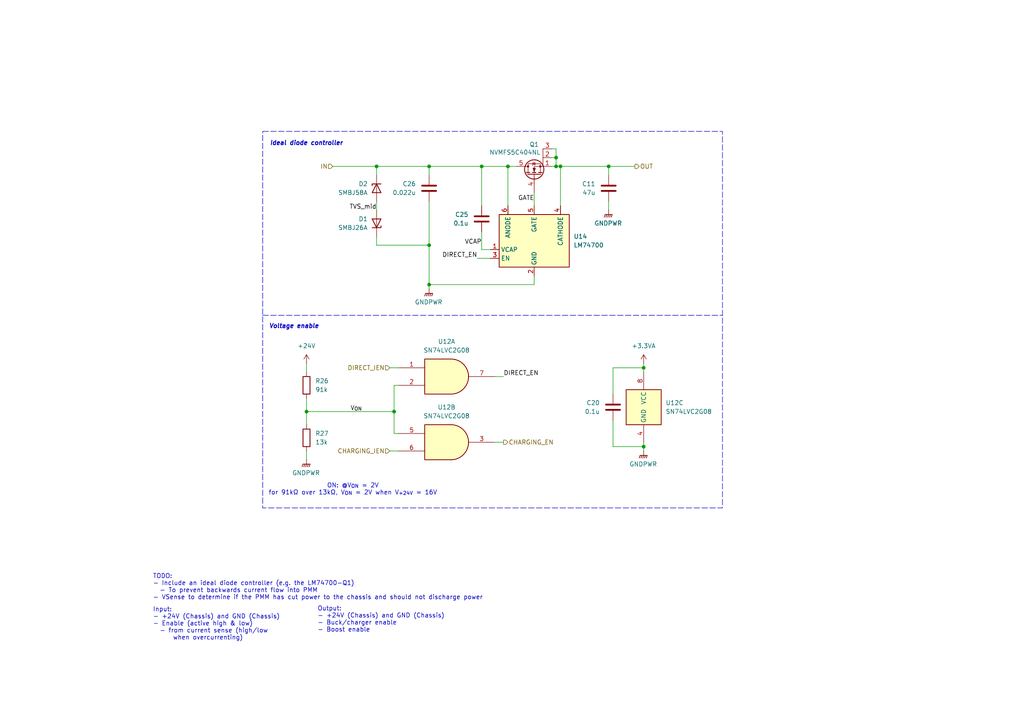
<source format=kicad_sch>
(kicad_sch (version 20231120) (generator "eeschema") (generator_version "8.0")
  (paper "A4")
  (title_block (title "Ideal Diode + VSense") (date "2024-12-06") (rev "1") (company "UT Robomaster") (comment 1 "Robomaster"))
  (lib_symbols
    (symbol "! Robomaster ICs:SN74LVC2G08"
      (property "Reference" "U" (at -10.16 7.62 0))
      (property "Value" "SN74LVC2G08" (at -10.16 -7.62 0))
      (symbol "SN74LVC2G08_1_1"
        (arc (start 0 -5.08) (mid 5.0579 0) (end 0 5.08) (stroke (width 0.254)) (fill (type background)))
        (polyline (pts (xy 0 -5.08) (xy -7.62 -5.08) (xy -7.62 5.08) (xy 0 5.08)) (stroke (width 0.254)) (fill (type background)))
        (pin input line (at -15.24 2.54 0) (length 7.62) (name "~") (number "1"))
        (pin input line (at -15.24 -2.54 0) (length 7.62) (name "~") (number "2"))
        (pin output line (at 12.7 0 180) (length 7.62) (name "~") (number "7"))
      )
      (symbol "SN74LVC2G08_2_1"
        (arc (start 0 -5.08) (mid 5.0579 0) (end 0 5.08) (stroke (width 0.254)) (fill (type background)))
        (polyline (pts (xy 0 -5.08) (xy -7.62 -5.08) (xy -7.62 5.08) (xy 0 5.08)) (stroke (width 0.254)) (fill (type background)))
        (pin output line (at 12.7 0 180) (length 7.62) (name "~") (number "3"))
        (pin input line (at -15.24 2.54 0) (length 7.62) (name "~") (number "5"))
        (pin input line (at -15.24 -2.54 0) (length 7.62) (name "~") (number "6"))
      )
      (symbol "SN74LVC2G08_3_0"
        (rectangle (start -5.08 -5.08) (end 5.08 5.08) (stroke (width 0.254)) (fill (type background)))
      )
      (symbol "SN74LVC2G08_3_1"
        (pin power_in line (at 0 -10.16 90) (length 5.08) (name "GND") (number "4"))
        (pin power_in line (at 0 10.16 270) (length 5.08) (name "VCC") (number "8"))
      )
    )
    (symbol "Device:C" (pin_numbers hide) (pin_names (offset 0.254))
      (property "Reference" "C" (at 0.635 2.54 0))
      (property "Value" "C" (at 0.635 -2.54 0))
      (symbol "C_0_1"
        (polyline (pts (xy -2.032 -0.762) (xy 2.032 -0.762)) (stroke (width 0.508)))
        (polyline (pts (xy -2.032 0.762) (xy 2.032 0.762)) (stroke (width 0.508)))
      )
      (symbol "C_1_1"
        (pin passive line (at 0 3.81 270) (length 2.794) (name "~") (number "1"))
        (pin passive line (at 0 -3.81 90) (length 2.794) (name "~") (number "2"))
      )
    )
    (symbol "Device:D_Zener" (pin_numbers hide) (pin_names (offset 1.016) hide)
      (property "Reference" "D" (at 0 2.54 0))
      (property "Value" "D_Zener" (at 0 -2.54 0))
      (symbol "D_Zener_0_1"
        (polyline (pts (xy 1.27 0) (xy -1.27 0)))
        (polyline (pts (xy -1.27 -1.27) (xy -1.27 1.27) (xy -0.762 1.27)) (stroke (width 0.254)))
        (polyline (pts (xy 1.27 -1.27) (xy 1.27 1.27) (xy -1.27 0) (xy 1.27 -1.27)) (stroke (width 0.254)))
      )
      (symbol "D_Zener_1_1"
        (pin passive line (at -3.81 0 0) (length 2.54) (name "K") (number "1"))
        (pin passive line (at 3.81 0 180) (length 2.54) (name "A") (number "2"))
      )
    )
    (symbol "Device:Q_NMOS_SGD" (pin_names (offset 0) hide)
      (property "Reference" "Q1" (at 8.89 0 90))
      (property "Value" "NVMFS5C404NL" (at 6.35 0 90))
      (symbol "Q_NMOS_SGD_0_1"
        (polyline (pts (xy 0.254 0) (xy -2.54 0)))
        (polyline (pts (xy 0.254 1.905) (xy 0.254 -1.905)) (stroke (width 0.254)))
        (polyline (pts (xy 0.762 -1.27) (xy 0.762 -2.286)) (stroke (width 0.254)))
        (polyline (pts (xy 0.762 0.508) (xy 0.762 -0.508)) (stroke (width 0.254)))
        (polyline (pts (xy 0.762 2.286) (xy 0.762 1.27)) (stroke (width 0.254)))
        (polyline (pts (xy 2.54 2.54) (xy 2.54 1.778)))
        (polyline (pts (xy 7.62 -2.54) (xy 2.54 -2.54)))
        (polyline (pts (xy 2.54 -2.54) (xy 2.54 0) (xy 0.762 0)))
        (polyline (pts (xy 0.762 -1.778) (xy 3.302 -1.778) (xy 3.302 1.778) (xy 0.762 1.778)))
        (polyline (pts (xy 1.016 0) (xy 2.032 0.381) (xy 2.032 -0.381) (xy 1.016 0)) (fill (type outline)))
        (polyline (pts (xy 2.794 0.508) (xy 2.921 0.381) (xy 3.683 0.381) (xy 3.81 0.254)))
        (polyline (pts (xy 3.302 0.381) (xy 2.921 -0.254) (xy 3.683 -0.254) (xy 3.302 0.381)))
        (circle (center 1.651 0) (radius 2.794) (stroke (width 0.254)))
        (circle (center 2.54 -1.778) (radius 0.254) (fill (type outline)))
        (circle (center 2.54 1.778) (radius 0.254) (fill (type outline)))
      )
      (symbol "Q_NMOS_SGD_1_1"
        (pin passive line (at 2.54 -5.08 90) (length 2.54) (name "S") (number "1"))
        (pin passive line (at 5.08 -5.08 90) (length 2.54) (name "S") (number "2"))
        (pin passive line (at 7.62 -5.08 90) (length 2.54) (name "S") (number "3"))
        (pin input line (at -5.08 0 0) (length 5.08) (name "G") (number "4"))
        (pin passive line (at 2.54 5.08 270) (length 2.54) (name "D") (number "5"))
      )
    )
    (symbol "Device:R" (pin_numbers hide) (pin_names (offset 0))
      (property "Reference" "R" (at 2.032 0 90))
      (property "Value" "R" (at 0 0 90))
      (symbol "R_0_1"
        (rectangle (start -1.016 -2.54) (end 1.016 2.54) (stroke (width 0.254)))
      )
      (symbol "R_1_1"
        (pin passive line (at 0 3.81 270) (length 1.27) (name "~") (number "1"))
        (pin passive line (at 0 -3.81 90) (length 1.27) (name "~") (number "2"))
      )
    )
    (symbol "Power_Management:LM74700"
      (property "Reference" "U" (at -9.525 -8.89 0))
      (property "Value" "LM74700" (at 7.62 -8.89 0))
      (symbol "LM74700_0_1"
        (rectangle (start -10.16 7.62) (end 10.16 -7.62) (stroke (width 0.254)) (fill (type background)))
      )
      (symbol "LM74700_1_1"
        (pin passive line (at -12.7 -2.54 0) (length 2.54) (name "VCAP") (number "1"))
        (pin power_in line (at 0 -10.16 90) (length 2.54) (name "GND") (number "2"))
        (pin input line (at -12.7 -5.08 0) (length 2.54) (name "EN") (number "3"))
        (pin input line (at 7.62 10.16 270) (length 2.54) (name "CATHODE") (number "4"))
        (pin output line (at 0 10.16 270) (length 2.54) (name "GATE") (number "5"))
        (pin power_in line (at -7.62 10.16 270) (length 2.54) (name "ANODE") (number "6"))
      )
    )
    (symbol "power:+24V" (power) (pin_numbers hide) (pin_names (offset 0) hide)
      (property "Value" "+24V" (at 0 3.556 0))
      (symbol "+24V_0_1"
        (polyline (pts (xy -0.762 1.27) (xy 0 2.54)))
        (polyline (pts (xy 0 0) (xy 0 2.54)))
        (polyline (pts (xy 0 2.54) (xy 0.762 1.27)))
      )
      (symbol "+24V_1_1"
        (pin power_in line (at 0 0 90) (length 0) (name "~") (number "1"))
      )
    )
    (symbol "power:+3.3VA" (power) (pin_numbers hide) (pin_names (offset 0) hide)
      (property "Value" "+3.3VA" (at 0 3.556 0))
      (symbol "+3.3VA_0_1"
        (polyline (pts (xy -0.762 1.27) (xy 0 2.54)))
        (polyline (pts (xy 0 0) (xy 0 2.54)))
        (polyline (pts (xy 0 2.54) (xy 0.762 1.27)))
      )
      (symbol "+3.3VA_1_1"
        (pin power_in line (at 0 0 90) (length 0) (name "~") (number "1"))
      )
    )
    (symbol "power:GNDPWR" (power) (pin_numbers hide) (pin_names (offset 0) hide)
      (property "Value" "GNDPWR" (at 0 -3.302 0))
      (symbol "GNDPWR_0_1"
        (polyline (pts (xy 0 -1.27) (xy 0 0)))
        (polyline (pts (xy -1.016 -1.27) (xy -1.27 -2.032) (xy -1.27 -2.032)) (stroke (width 0.2032)))
        (polyline (pts (xy -0.508 -1.27) (xy -0.762 -2.032) (xy -0.762 -2.032)) (stroke (width 0.2032)))
        (polyline (pts (xy 0 -1.27) (xy -0.254 -2.032) (xy -0.254 -2.032)) (stroke (width 0.2032)))
        (polyline (pts (xy 0.508 -1.27) (xy 0.254 -2.032) (xy 0.254 -2.032)) (stroke (width 0.2032)))
        (polyline (pts (xy 1.016 -1.27) (xy -1.016 -1.27) (xy -1.016 -1.27)) (stroke (width 0.2032)))
        (polyline (pts (xy 1.016 -1.27) (xy 0.762 -2.032) (xy 0.762 -2.032) (xy 0.762 -2.032)) (stroke (width 0.2032)))
      )
      (symbol "GNDPWR_1_1"
        (pin power_in line (at 0 0 270) (length 0) (name "~") (number "1"))
      )
    )
  )
  (junction (at 88.9 119.38))
  (junction (at 124.46 82.55))
  (junction (at 139.7 48.26))
  (junction (at 114.3 119.38))
  (junction (at 186.69 129.54))
  (junction (at 161.29 48.26))
  (junction (at 124.46 71.12))
  (junction (at 109.22 48.26))
  (junction (at 124.46 48.26))
  (junction (at 147.32 48.26))
  (junction (at 186.69 106.68))
  (junction (at 161.29 45.72))
  (junction (at 162.56 48.26))
  (junction (at 176.53 48.26))
  (wire (pts (xy 124.46 82.55) (xy 154.94 82.55)))
  (wire (pts (xy 143.51 109.22) (xy 146.05 109.22)))
  (wire (pts (xy 124.46 82.55) (xy 124.46 83.82)))
  (wire (pts (xy 162.56 48.26) (xy 162.56 59.69)))
  (wire (pts (xy 177.8 129.54) (xy 186.69 129.54)))
  (wire (pts (xy 177.8 121.92) (xy 177.8 129.54)))
  (wire (pts (xy 143.51 128.27) (xy 146.05 128.27)))
  (wire (pts (xy 162.56 48.26) (xy 176.53 48.26)))
  (wire (pts (xy 177.8 106.68) (xy 177.8 114.3)))
  (wire (pts (xy 186.69 106.68) (xy 177.8 106.68)))
  (wire (pts (xy 88.9 119.38) (xy 114.3 119.38)))
  (wire (pts (xy 176.53 48.26) (xy 184.15 48.26)))
  (wire (pts (xy 161.29 45.72) (xy 161.29 48.26)))
  (wire (pts (xy 124.46 58.42) (xy 124.46 71.12)))
  (wire (pts (xy 114.3 119.38) (xy 114.3 125.73)))
  (wire (pts (xy 154.94 80.01) (xy 154.94 82.55)))
  (wire (pts (xy 139.7 48.26) (xy 147.32 48.26)))
  (wire (pts (xy 186.69 106.68) (xy 186.69 107.95)))
  (wire (pts (xy 139.7 72.39) (xy 142.24 72.39)))
  (wire (pts (xy 109.22 71.12) (xy 124.46 71.12)))
  (wire (pts (xy 176.53 48.26) (xy 176.53 50.8)))
  (wire (pts (xy 186.69 128.27) (xy 186.69 129.54)))
  (wire (pts (xy 147.32 48.26) (xy 149.86 48.26)))
  (wire (pts (xy 161.29 43.18) (xy 161.29 45.72)))
  (wire (pts (xy 160.02 48.26) (xy 161.29 48.26)))
  (wire (pts (xy 138.43 74.93) (xy 142.24 74.93)))
  (wire (pts (xy 114.3 111.76) (xy 114.3 119.38)))
  (wire (pts (xy 139.7 67.31) (xy 139.7 72.39)))
  (wire (pts (xy 176.53 58.42) (xy 176.53 60.96)))
  (wire (pts (xy 139.7 48.26) (xy 139.7 59.69)))
  (wire (pts (xy 88.9 119.38) (xy 88.9 123.19)))
  (wire (pts (xy 88.9 115.57) (xy 88.9 119.38)))
  (wire (pts (xy 109.22 48.26) (xy 109.22 50.8)))
  (wire (pts (xy 96.52 48.26) (xy 109.22 48.26)))
  (wire (pts (xy 147.32 48.26) (xy 147.32 59.69)))
  (wire (pts (xy 160.02 43.18) (xy 161.29 43.18)))
  (wire (pts (xy 124.46 71.12) (xy 124.46 82.55)))
  (wire (pts (xy 160.02 45.72) (xy 161.29 45.72)))
  (wire (pts (xy 186.69 129.54) (xy 186.69 130.81)))
  (wire (pts (xy 161.29 48.26) (xy 162.56 48.26)))
  (wire (pts (xy 115.57 111.76) (xy 114.3 111.76)))
  (wire (pts (xy 88.9 130.81) (xy 88.9 133.35)))
  (wire (pts (xy 113.03 130.81) (xy 115.57 130.81)))
  (wire (pts (xy 109.22 68.58) (xy 109.22 71.12)))
  (wire (pts (xy 88.9 105.41) (xy 88.9 107.95)))
  (wire (pts (xy 114.3 125.73) (xy 115.57 125.73)))
  (wire (pts (xy 124.46 48.26) (xy 139.7 48.26)))
  (wire (pts (xy 154.94 55.88) (xy 154.94 59.69)))
  (wire (pts (xy 109.22 58.42) (xy 109.22 60.96)))
  (wire (pts (xy 113.03 106.68) (xy 115.57 106.68)))
  (polyline (pts (xy 76.2 91.44) (xy 209.55 91.44)) (stroke (width 0) (type dash)))
  (wire (pts (xy 186.69 105.41) (xy 186.69 106.68)))
  (wire (pts (xy 109.22 48.26) (xy 124.46 48.26)))
  (wire (pts (xy 124.46 48.26) (xy 124.46 50.8)))
  (rectangle (start 76.2 38.1) (end 209.55 147.32) (stroke (width 0) (type dash)))
  (text "Input:\n- +24V (Chassis) and GND (Chassis)\n- Enable (active high & low)\n  - from current sense (high/low \n      when overcurrenting)" (at 44.323 176.149 0) (effects (font (size 1.27 1.27)) (justify left top)))
  (text "ON: @V_{ON} = 2V\nfor 91kΩ over 13kΩ, V_{ON} = 2V when V_{+24V} = 16V" (at 102.362 140.208 0) (effects (font (size 1.27 1.27)) (justify top)))
  (text "Ideal diode controller" (at 78.232 40.894 0) (effects (font (size 1.27 1.27) (thickness 0.254) (bold yes) (italic yes)) (justify left top)))
  (text "Output:\n- +24V (Chassis) and GND (Chassis)\n- Buck/charger enable\n- Boost enable" (at 92.075 175.895 0) (effects (font (size 1.27 1.27)) (justify left top)))
  (text "Voltage enable" (at 77.978 93.98 0) (effects (font (size 1.27 1.27) (thickness 0.254) (bold yes) (italic yes)) (justify left top)))
  (text "TODO:\n- Include an ideal diode controller (e.g. the LM74700-Q1)\n  - To prevent backwards current flow into PMM\n- VSense to determine if the PMM has cut power to the chassis and should not discharge power" (at 44.323 166.497 0) (effects (font (size 1.27 1.27)) (justify left top)))
  (label "DIRECT_EN" (at 138.43 74.93 180) (effects (font (thickness 0.1588))))
  (label "V_{ON}" (at 101.6 119.38 0))
  (label "DIRECT_EN" (at 146.05 109.22 0) (effects (font (thickness 0.1588))))
  (label "TVS_mid" (at 109.22 60.96 180) (effects (font (thickness 0.1588))))
  (label "VCAP" (at 139.7 71.12 180) (effects (font (thickness 0.1588))))
  (label "GATE" (at 154.94 58.42 180))
  (hierarchical_label "DIRECT_IEN" (shape input) (at 113.03 106.68 180))
  (hierarchical_label "CHARGING_IEN" (shape input) (at 113.03 130.81 180))
  (hierarchical_label "IN" (shape input) (at 96.52 48.26 180))
  (hierarchical_label "OUT" (shape output) (at 184.15 48.26 0))
  (hierarchical_label "CHARGING_EN" (shape output) (at 146.05 128.27 0))
  (symbol (lib_id "Device:R") (at 88.9 111.76 0) (unit 1)
    (property "Reference" "R26" (at 91.44 110.4899 0) (effects (justify left)))
    (property "Value" "91k" (at 91.44 113.0299 0) (effects (justify left)))
    (property "Footprint" "Resistor_SMD:R_0603_1608Metric_Pad0.98x0.95mm_HandSolder" (effects (hide yes)))
    (property "Description" "Resistor" (effects (hide yes)))
  )
  (symbol (lib_id "Device:C") (at 176.53 54.61 0) (mirror y) (unit 1)
    (property "Reference" "C11" (at 172.72 53.3399 0) (effects (justify left)))
    (property "Value" "47u" (at 172.72 55.8799 0) (effects (justify left)))
    (property "Footprint" "Capacitor_SMD:C_0603_1608Metric_Pad1.08x0.95mm_HandSolder" (effects (hide yes)))
    (property "Description" "Unpolarized capacitor" (effects (hide yes)))
  )
  (symbol (lib_id "Device:C") (at 124.46 54.61 0) (mirror y) (unit 1)
    (property "Reference" "C26" (at 120.65 53.3399 0) (effects (justify left)))
    (property "Value" "0.022u" (at 120.65 55.8799 0) (effects (justify left)))
    (property "Footprint" "Capacitor_SMD:C_0603_1608Metric_Pad1.08x0.95mm_HandSolder" (effects (hide yes)))
    (property "Description" "Unpolarized capacitor" (effects (hide yes)))
  )
  (symbol (lib_id "power:+24V") (at 88.9 105.41 0) (unit 1)
    (property "Reference" "#PWR051" (effects (hide yes)))
    (property "Value" "+24V" (at 88.9 100.33 0))
    (property "Description" "Power symbol creates a global label with name \"+24V\"" (effects (hide yes)))
  )
  (symbol (lib_id "! Robomaster ICs:SN74LVC2G08") (at 130.81 128.27 0) (unit 2)
    (property "Reference" "U12" (at 129.5289 118.11 0))
    (property "Value" "SN74LVC2G08" (at 129.5289 120.65 0))
    (property "Footprint" "Package_SO:VSSOP-8_2.3x2mm_P0.5mm" (effects (hide yes)))
    (property "Datasheet" "https://www.ti.com/lit/gpn/sn74lvc2g08" (effects (hide yes)))
    (property "Description" "2-ch, 2-input 1.65-V to 5.5-V 32 mA drive strength AND gate" (effects (hide yes)))
  )
  (symbol (lib_id "power:GNDPWR") (at 186.69 130.81 0) (unit 1)
    (property "Reference" "#PWR049" (effects (hide yes)))
    (property "Value" "GNDPWR" (at 186.563 134.62 0))
    (property "Description" "Power symbol creates a global label with name \"GNDPWR\" , global ground" (effects (hide yes)))
  )
  (symbol (lib_id "power:+3.3VA") (at 186.69 105.41 0) (unit 1)
    (property "Reference" "#PWR050" (effects (hide yes)))
    (property "Value" "+3.3VA" (at 186.69 100.33 0))
    (property "Description" "Power symbol creates a global label with name \"+3.3VA\"" (effects (hide yes)))
  )
  (symbol (lib_id "power:GNDPWR") (at 124.46 83.82 0) (unit 1)
    (property "Reference" "#PWR044" (effects (hide yes)))
    (property "Value" "GNDPWR" (at 124.333 87.63 0))
    (property "Description" "Power symbol creates a global label with name \"GNDPWR\" , global ground" (effects (hide yes)))
  )
  (symbol (lib_id "Device:C") (at 139.7 63.5 0) (mirror y) (unit 1)
    (property "Reference" "C25" (at 135.89 62.2299 0) (effects (justify left)))
    (property "Value" "0.1u" (at 135.89 64.7699 0) (effects (justify left)))
    (property "Footprint" "Capacitor_SMD:C_0603_1608Metric_Pad1.08x0.95mm_HandSolder" (effects (hide yes)))
    (property "Description" "Unpolarized capacitor" (effects (hide yes)))
  )
  (symbol (lib_id "Device:Q_NMOS_SGD") (at 154.94 50.8 90) (unit 1)
    (property "Reference" "Q1" (at 154.94 41.91 90))
    (property "Value" "NVMFS5C404NL" (at 149.352 44.196 90))
    (property "Footprint" "Package_SO:ONSemi_SO-8FL_488AA" (effects (hide yes)))
    (property "Description" "N-MOSFET transistor, source/gate/drain" (effects (hide yes)))
  )
  (symbol (lib_id "Power_Management:LM74700") (at 154.94 69.85 0) (unit 1)
    (property "Reference" "U14" (at 166.37 68.5799 0) (effects (justify left)))
    (property "Value" "LM74700" (at 166.37 71.1199 0) (effects (justify left)))
    (property "Footprint" "Package_TO_SOT_SMD:SOT-23-6_Handsoldering" (effects (hide yes)))
    (property "Datasheet" "http://www.ti.com/lit/gpn/LM74700-Q1" (effects (hide yes)))
    (property "Description" "Low Iq reverse battery protection ideal diode controller, SOT-23-6" (effects (hide yes)))
  )
  (symbol (lib_id "! Robomaster ICs:SN74LVC2G08") (at 186.69 118.11 0) (unit 3)
    (property "Reference" "U12" (at 193.04 116.8399 0) (effects (justify left)))
    (property "Value" "SN74LVC2G08" (at 193.04 119.3799 0) (effects (justify left)))
    (property "Footprint" "Package_SO:VSSOP-8_2.3x2mm_P0.5mm" (effects (hide yes)))
    (property "Datasheet" "https://www.ti.com/lit/gpn/sn74lvc2g08" (effects (hide yes)))
    (property "Description" "2-ch, 2-input 1.65-V to 5.5-V 32 mA drive strength AND gate" (effects (hide yes)))
  )
  (symbol (lib_id "Device:R") (at 88.9 127 0) (unit 1)
    (property "Reference" "R27" (at 91.44 125.7299 0) (effects (justify left)))
    (property "Value" "13k" (at 91.44 128.2699 0) (effects (justify left)))
    (property "Footprint" "Resistor_SMD:R_0603_1608Metric_Pad0.98x0.95mm_HandSolder" (effects (hide yes)))
    (property "Description" "Resistor" (effects (hide yes)))
  )
  (symbol (lib_id "Device:D_Zener") (at 109.22 54.61 90) (mirror x) (unit 1)
    (property "Reference" "D2" (at 106.68 53.3399 90) (effects (justify left)))
    (property "Value" "SMBJ58A" (at 106.68 55.8799 90) (effects (justify left)))
    (property "Footprint" "Diode_SMD:D_SMB_Handsoldering" (effects (hide yes)))
    (property "Datasheet" "https://www.mouser.com/datasheet/2/115/DIOD_S_A0003133144_1-2542279.pdf" (effects (hide yes)))
    (property "Description" "Zener diode" (effects (hide yes)))
  )
  (symbol (lib_id "power:GNDPWR") (at 176.53 60.96 0) (unit 1)
    (property "Reference" "#PWR08" (effects (hide yes)))
    (property "Value" "GNDPWR" (at 176.403 64.77 0))
    (property "Description" "Power symbol creates a global label with name \"GNDPWR\" , global ground" (effects (hide yes)))
  )
  (symbol (lib_id "Device:C") (at 177.8 118.11 0) (mirror y) (unit 1)
    (property "Reference" "C20" (at 173.99 116.8399 0) (effects (justify left)))
    (property "Value" "0.1u" (at 173.99 119.3799 0) (effects (justify left)))
    (property "Footprint" "Capacitor_SMD:C_0603_1608Metric_Pad1.08x0.95mm_HandSolder" (effects (hide yes)))
    (property "Description" "Unpolarized capacitor" (effects (hide yes)))
  )
  (symbol (lib_id "! Robomaster ICs:SN74LVC2G08") (at 130.81 109.22 0) (unit 1)
    (property "Reference" "U12" (at 129.5289 99.06 0))
    (property "Value" "SN74LVC2G08" (at 129.5289 101.6 0))
    (property "Footprint" "Package_SO:VSSOP-8_2.3x2mm_P0.5mm" (effects (hide yes)))
    (property "Datasheet" "https://www.ti.com/lit/gpn/sn74lvc2g08" (effects (hide yes)))
    (property "Description" "2-ch, 2-input 1.65-V to 5.5-V 32 mA drive strength AND gate" (effects (hide yes)))
  )
  (symbol (lib_id "power:GNDPWR") (at 88.9 133.35 0) (unit 1)
    (property "Reference" "#PWR052" (effects (hide yes)))
    (property "Value" "GNDPWR" (at 88.773 137.16 0))
    (property "Description" "Power symbol creates a global label with name \"GNDPWR\" , global ground" (effects (hide yes)))
  )
  (symbol (lib_id "Device:D_Zener") (at 109.22 64.77 270) (mirror x) (unit 1)
    (property "Reference" "D1" (at 106.68 63.4999 90) (effects (justify right)))
    (property "Value" "SMBJ26A" (at 106.68 66.0399 90) (effects (justify right)))
    (property "Footprint" "Diode_SMD:D_SMB_Handsoldering" (effects (hide yes)))
    (property "Datasheet" "https://www.vishay.com/docs/88392/smbj.pdf" (effects (hide yes)))
    (property "Description" "Zener diode" (effects (hide yes)))
  )
)
</source>
